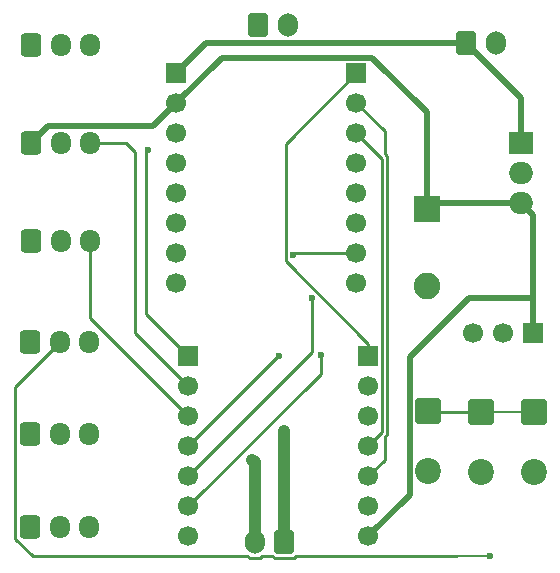
<source format=gbr>
%TF.GenerationSoftware,KiCad,Pcbnew,9.0.4*%
%TF.CreationDate,2025-09-18T17:41:51-06:00*%
%TF.ProjectId,sumo_bueno,73756d6f-5f62-4756-956e-6f2e6b696361,rev?*%
%TF.SameCoordinates,Original*%
%TF.FileFunction,Copper,L1,Top*%
%TF.FilePolarity,Positive*%
%FSLAX46Y46*%
G04 Gerber Fmt 4.6, Leading zero omitted, Abs format (unit mm)*
G04 Created by KiCad (PCBNEW 9.0.4) date 2025-09-18 17:41:51*
%MOMM*%
%LPD*%
G01*
G04 APERTURE LIST*
G04 Aperture macros list*
%AMRoundRect*
0 Rectangle with rounded corners*
0 $1 Rounding radius*
0 $2 $3 $4 $5 $6 $7 $8 $9 X,Y pos of 4 corners*
0 Add a 4 corners polygon primitive as box body*
4,1,4,$2,$3,$4,$5,$6,$7,$8,$9,$2,$3,0*
0 Add four circle primitives for the rounded corners*
1,1,$1+$1,$2,$3*
1,1,$1+$1,$4,$5*
1,1,$1+$1,$6,$7*
1,1,$1+$1,$8,$9*
0 Add four rect primitives between the rounded corners*
20,1,$1+$1,$2,$3,$4,$5,0*
20,1,$1+$1,$4,$5,$6,$7,0*
20,1,$1+$1,$6,$7,$8,$9,0*
20,1,$1+$1,$8,$9,$2,$3,0*%
G04 Aperture macros list end*
%TA.AperFunction,ComponentPad*%
%ADD10R,1.700000X1.700000*%
%TD*%
%TA.AperFunction,ComponentPad*%
%ADD11C,1.700000*%
%TD*%
%TA.AperFunction,ComponentPad*%
%ADD12RoundRect,0.249999X-0.850001X0.850001X-0.850001X-0.850001X0.850001X-0.850001X0.850001X0.850001X0*%
%TD*%
%TA.AperFunction,ComponentPad*%
%ADD13C,2.200000*%
%TD*%
%TA.AperFunction,ComponentPad*%
%ADD14RoundRect,0.250000X-0.600000X-0.725000X0.600000X-0.725000X0.600000X0.725000X-0.600000X0.725000X0*%
%TD*%
%TA.AperFunction,ComponentPad*%
%ADD15O,1.700000X1.950000*%
%TD*%
%TA.AperFunction,ComponentPad*%
%ADD16RoundRect,0.250000X-0.600000X-0.750000X0.600000X-0.750000X0.600000X0.750000X-0.600000X0.750000X0*%
%TD*%
%TA.AperFunction,ComponentPad*%
%ADD17O,1.700000X2.000000*%
%TD*%
%TA.AperFunction,ComponentPad*%
%ADD18R,2.250000X2.250000*%
%TD*%
%TA.AperFunction,ComponentPad*%
%ADD19C,2.250000*%
%TD*%
%TA.AperFunction,ComponentPad*%
%ADD20R,2.000000X1.905000*%
%TD*%
%TA.AperFunction,ComponentPad*%
%ADD21O,2.000000X1.905000*%
%TD*%
%TA.AperFunction,ComponentPad*%
%ADD22RoundRect,0.250000X0.600000X0.750000X-0.600000X0.750000X-0.600000X-0.750000X0.600000X-0.750000X0*%
%TD*%
%TA.AperFunction,ViaPad*%
%ADD23C,0.600000*%
%TD*%
%TA.AperFunction,Conductor*%
%ADD24C,0.200000*%
%TD*%
%TA.AperFunction,Conductor*%
%ADD25C,0.250000*%
%TD*%
%TA.AperFunction,Conductor*%
%ADD26C,0.500000*%
%TD*%
%TA.AperFunction,Conductor*%
%ADD27C,1.000000*%
%TD*%
G04 APERTURE END LIST*
D10*
%TO.P,S7,1,Pin_1*%
%TO.N,+5V*%
X237460000Y-84800000D03*
D11*
%TO.P,S7,2,Pin_2*%
%TO.N,/S7*%
X234920000Y-84800000D03*
%TO.P,S7,3,Pin_3*%
%TO.N,GND*%
X232380000Y-84800000D03*
%TD*%
D12*
%TO.P,D3,1,K*%
%TO.N,Net-(D1-K)*%
X237580000Y-91420000D03*
D13*
%TO.P,D3,2,A*%
%TO.N,/S1*%
X237580000Y-96500000D03*
%TD*%
D14*
%TO.P,S4,1,Pin_1*%
%TO.N,+5V*%
X194970000Y-77010000D03*
D15*
%TO.P,S4,2,Pin_2*%
%TO.N,GND*%
X197470000Y-77010000D03*
%TO.P,S4,3,Pin_3*%
%TO.N,/S4*%
X199970000Y-77010000D03*
%TD*%
D16*
%TO.P,Source1,1,Pin_1*%
%TO.N,+10V*%
X231810000Y-60220000D03*
D17*
%TO.P,Source1,2,Pin_2*%
%TO.N,GND*%
X234310000Y-60220000D03*
%TD*%
D14*
%TO.P,S1,1,Pin_1*%
%TO.N,+5V*%
X194900000Y-85560000D03*
D15*
%TO.P,S1,2,Pin_2*%
%TO.N,/S1*%
X197400000Y-85560000D03*
%TO.P,S1,3,Pin_3*%
%TO.N,Net-(S1-Pin_3)*%
X199900000Y-85560000D03*
%TD*%
D10*
%TO.P,J3,1,Pin_1*%
%TO.N,+10V*%
X207280000Y-62740000D03*
D11*
%TO.P,J3,2,Pin_2*%
%TO.N,+5V*%
X207280000Y-65280000D03*
%TO.P,J3,3,Pin_3*%
%TO.N,GND*%
X207280000Y-67820000D03*
%TO.P,J3,4,Pin_4*%
%TO.N,Net-(J3-Pin_4)*%
X207280000Y-70360000D03*
%TO.P,J3,5,Pin_5*%
%TO.N,Net-(J3-Pin_5)*%
X207280000Y-72900000D03*
%TO.P,J3,6,Pin_6*%
%TO.N,Net-(J3-Pin_6)*%
X207280000Y-75440000D03*
%TO.P,J3,7,Pin_7*%
%TO.N,Net-(J3-Pin_7)*%
X207280000Y-77980000D03*
%TO.P,J3,8,Pin_8*%
%TO.N,GND*%
X207280000Y-80520000D03*
%TD*%
D14*
%TO.P,S3,1,Pin_1*%
%TO.N,+5V*%
X194900000Y-101160000D03*
D15*
%TO.P,S3,2,Pin_2*%
%TO.N,/S3*%
X197400000Y-101160000D03*
%TO.P,S3,3,Pin_3*%
%TO.N,Net-(S3-Pin_3)*%
X199900000Y-101160000D03*
%TD*%
D10*
%TO.P,J4,1,Pin_1*%
%TO.N,/PWMA*%
X222520000Y-62750000D03*
D11*
%TO.P,J4,2,Pin_2*%
%TO.N,/MA1*%
X222520000Y-65290000D03*
%TO.P,J4,3,Pin_3*%
%TO.N,/MA2*%
X222520000Y-67830000D03*
%TO.P,J4,4,Pin_4*%
%TO.N,/Stby*%
X222520000Y-70370000D03*
%TO.P,J4,5,Pin_5*%
%TO.N,/MB1*%
X222520000Y-72910000D03*
%TO.P,J4,6,Pin_6*%
%TO.N,/MB2*%
X222520000Y-75450000D03*
%TO.P,J4,7,Pin_7*%
%TO.N,/PWMB*%
X222520000Y-77990000D03*
%TO.P,J4,8,Pin_8*%
%TO.N,GND*%
X222520000Y-80530000D03*
%TD*%
D18*
%TO.P,SW1,1,1*%
%TO.N,+5V*%
X228470000Y-74260000D03*
D19*
%TO.P,SW1,2,2*%
%TO.N,/S7*%
X228470000Y-80760000D03*
%TD*%
D20*
%TO.P,U2,1,VI*%
%TO.N,+10V*%
X236460000Y-68700000D03*
D21*
%TO.P,U2,2,GND*%
%TO.N,GND*%
X236460000Y-71240000D03*
%TO.P,U2,3,VO*%
%TO.N,+5V*%
X236460000Y-73780000D03*
%TD*%
D12*
%TO.P,D1,1,K*%
%TO.N,Net-(D1-K)*%
X228570000Y-91360000D03*
D13*
%TO.P,D1,2,A*%
%TO.N,/S3*%
X228570000Y-96440000D03*
%TD*%
D10*
%TO.P,J2,1,Pin_1*%
%TO.N,/PWMA*%
X223520000Y-86730000D03*
D11*
%TO.P,J2,2,Pin_2*%
%TO.N,/S7*%
X223520000Y-89270000D03*
%TO.P,J2,3,Pin_3*%
%TO.N,/Stby*%
X223520000Y-91810000D03*
%TO.P,J2,4,Pin_4*%
%TO.N,/MA2*%
X223520000Y-94350000D03*
%TO.P,J2,5,Pin_5*%
%TO.N,/MA1*%
X223520000Y-96890000D03*
%TO.P,J2,6,Pin_6*%
%TO.N,GND*%
X223520000Y-99430000D03*
%TO.P,J2,7,Pin_7*%
%TO.N,+5V*%
X223520000Y-101970000D03*
%TD*%
D14*
%TO.P,S6,1,Pin_1*%
%TO.N,+5V*%
X194970000Y-60350000D03*
D15*
%TO.P,S6,2,Pin_2*%
%TO.N,GND*%
X197470000Y-60350000D03*
%TO.P,S6,3,Pin_3*%
%TO.N,/S6*%
X199970000Y-60350000D03*
%TD*%
D14*
%TO.P,S2,1,Pin_1*%
%TO.N,+5V*%
X194900000Y-93360000D03*
D15*
%TO.P,S2,2,Pin_2*%
%TO.N,/S2*%
X197400000Y-93360000D03*
%TO.P,S2,3,Pin_3*%
%TO.N,Net-(S2-Pin_3)*%
X199900000Y-93360000D03*
%TD*%
D12*
%TO.P,D2,1,K*%
%TO.N,Net-(D1-K)*%
X233050000Y-91420000D03*
D13*
%TO.P,D2,2,A*%
%TO.N,/S2*%
X233050000Y-96500000D03*
%TD*%
D10*
%TO.P,J1,1,Pin_1*%
%TO.N,/S6*%
X208280000Y-86730000D03*
D11*
%TO.P,J1,2,Pin_2*%
%TO.N,/S5*%
X208280000Y-89270000D03*
%TO.P,J1,3,Pin_3*%
%TO.N,/S4*%
X208280000Y-91810000D03*
%TO.P,J1,4,Pin_4*%
%TO.N,/PWMB*%
X208280000Y-94350000D03*
%TO.P,J1,5,Pin_5*%
%TO.N,/MB1*%
X208280000Y-96890000D03*
%TO.P,J1,6,Pin_6*%
%TO.N,/MB2*%
X208280000Y-99430000D03*
%TO.P,J1,7,Pin_7*%
%TO.N,Net-(D1-K)*%
X208280000Y-101970000D03*
%TD*%
D14*
%TO.P,S5,1,Pin_1*%
%TO.N,+5V*%
X194970000Y-68660000D03*
D15*
%TO.P,S5,2,Pin_2*%
%TO.N,GND*%
X197470000Y-68660000D03*
%TO.P,S5,3,Pin_3*%
%TO.N,/S5*%
X199970000Y-68660000D03*
%TD*%
D16*
%TO.P,MotoA1,1,Pin_1*%
%TO.N,Net-(J3-Pin_4)*%
X214190000Y-58700000D03*
D17*
%TO.P,MotoA1,2,Pin_2*%
%TO.N,Net-(J3-Pin_5)*%
X216690000Y-58700000D03*
%TD*%
D22*
%TO.P,MotorB1,1,Pin_1*%
%TO.N,Net-(J3-Pin_6)*%
X216410000Y-102480000D03*
D17*
%TO.P,MotorB1,2,Pin_2*%
%TO.N,Net-(J3-Pin_7)*%
X213910000Y-102480000D03*
%TD*%
D23*
%TO.N,/S1*%
X233800000Y-103630000D03*
%TO.N,/S6*%
X204880000Y-69270000D03*
%TO.N,/MB1*%
X218770000Y-81820000D03*
%TO.N,/MB2*%
X219490000Y-86670000D03*
%TO.N,/PWMB*%
X217160000Y-78170000D03*
X215940000Y-86750000D03*
%TO.N,Net-(J3-Pin_7)*%
X213690000Y-95510000D03*
%TO.N,Net-(J3-Pin_6)*%
X216410000Y-93060000D03*
%TD*%
D24*
%TO.N,Net-(D1-K)*%
X237580000Y-91420000D02*
X233050000Y-91420000D01*
%TO.N,/S1*%
X233800000Y-103630000D02*
X231110000Y-103630000D01*
X231110000Y-103630000D02*
X231050000Y-103690000D01*
D25*
X193599000Y-102182292D02*
X195106708Y-103690000D01*
X197400000Y-85560000D02*
X193599000Y-89361000D01*
X214397115Y-103806000D02*
X214513115Y-103690000D01*
X215448486Y-103690000D02*
X215564486Y-103806000D01*
X215564486Y-103806000D02*
X217255514Y-103806000D01*
X217255514Y-103806000D02*
X217371514Y-103690000D01*
X193599000Y-89361000D02*
X193599000Y-102182292D01*
X214513115Y-103690000D02*
X215448486Y-103690000D01*
X213422885Y-103806000D02*
X214397115Y-103806000D01*
X213306885Y-103690000D02*
X213422885Y-103806000D01*
X217371514Y-103690000D02*
X231050000Y-103690000D01*
X195106708Y-103690000D02*
X213306885Y-103690000D01*
%TO.N,/S6*%
X208280000Y-86730000D02*
X204700000Y-83150000D01*
X204700000Y-69450000D02*
X204880000Y-69270000D01*
X204700000Y-83150000D02*
X204700000Y-69450000D01*
%TO.N,/MB1*%
X218770000Y-86400000D02*
X208280000Y-96890000D01*
X218770000Y-81820000D02*
X218770000Y-86400000D01*
%TO.N,/S4*%
X208280000Y-91810000D02*
X199970000Y-83500000D01*
X199970000Y-83500000D02*
X199970000Y-77010000D01*
%TO.N,/MB2*%
X219490000Y-86670000D02*
X219490000Y-88220000D01*
X219490000Y-88220000D02*
X208280000Y-99430000D01*
%TO.N,/S5*%
X208280000Y-89270000D02*
X203770000Y-84760000D01*
X203770000Y-84760000D02*
X203770000Y-69430000D01*
X203000000Y-68660000D02*
X199970000Y-68660000D01*
X203770000Y-69430000D02*
X203000000Y-68660000D01*
%TO.N,/PWMB*%
X208280000Y-94350000D02*
X215880000Y-86750000D01*
X215880000Y-86750000D02*
X215940000Y-86750000D01*
X222520000Y-77990000D02*
X217340000Y-77990000D01*
X217340000Y-77990000D02*
X217160000Y-78170000D01*
D26*
%TO.N,+5V*%
X237460000Y-74780000D02*
X236460000Y-73780000D01*
X228470000Y-66098000D02*
X228470000Y-74260000D01*
X223821000Y-61449000D02*
X228470000Y-66098000D01*
X194970000Y-68660000D02*
X196396000Y-67234000D01*
X211111000Y-61449000D02*
X223821000Y-61449000D01*
X237460000Y-81840000D02*
X237460000Y-74780000D01*
X228950000Y-73780000D02*
X228470000Y-74260000D01*
X205326000Y-67234000D02*
X207280000Y-65280000D01*
X227019000Y-86831000D02*
X232010000Y-81840000D01*
X227019000Y-98471000D02*
X227019000Y-86831000D01*
X232010000Y-81840000D02*
X237460000Y-81840000D01*
X237460000Y-84800000D02*
X237460000Y-81840000D01*
X223520000Y-101970000D02*
X227019000Y-98471000D01*
X196396000Y-67234000D02*
X205326000Y-67234000D01*
X207280000Y-65280000D02*
X211111000Y-61449000D01*
X236460000Y-73780000D02*
X228950000Y-73780000D01*
D25*
%TO.N,/MA2*%
X224696000Y-70006000D02*
X224696000Y-93174000D01*
X224696000Y-93174000D02*
X223520000Y-94350000D01*
X222520000Y-67830000D02*
X224696000Y-70006000D01*
%TO.N,/MA1*%
X224930000Y-93577810D02*
X224930000Y-95480000D01*
X224930000Y-69602190D02*
X225147000Y-69819190D01*
X225147000Y-69819190D02*
X225147000Y-93360810D01*
X224930000Y-67700000D02*
X224930000Y-69602190D01*
X222520000Y-65290000D02*
X224930000Y-67700000D01*
X225147000Y-93360810D02*
X224930000Y-93577810D01*
X224930000Y-95480000D02*
X223520000Y-96890000D01*
%TO.N,/PWMA*%
X216534000Y-68736000D02*
X216534000Y-78698702D01*
X222520000Y-62750000D02*
X216534000Y-68736000D01*
X216534000Y-78698702D02*
X223520000Y-85684702D01*
X223520000Y-85684702D02*
X223520000Y-86730000D01*
D26*
%TO.N,+10V*%
X236460000Y-68700000D02*
X236460000Y-64870000D01*
X236460000Y-64870000D02*
X231810000Y-60220000D01*
X231810000Y-60220000D02*
X209800000Y-60220000D01*
X209800000Y-60220000D02*
X207280000Y-62740000D01*
D27*
%TO.N,Net-(J3-Pin_7)*%
X213910000Y-102480000D02*
X213910000Y-95730000D01*
X213910000Y-95730000D02*
X213690000Y-95510000D01*
%TO.N,Net-(J3-Pin_6)*%
X216410000Y-102480000D02*
X216410000Y-93060000D01*
D25*
%TO.N,Net-(D1-K)*%
X233050000Y-91420000D02*
X228630000Y-91420000D01*
X228630000Y-91420000D02*
X228570000Y-91360000D01*
%TD*%
M02*

</source>
